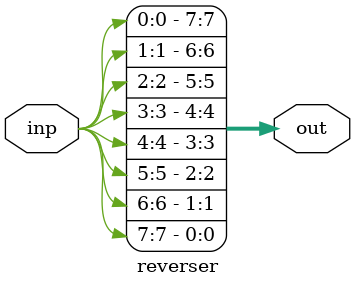
<source format=sv>
`timescale 1ns / 1ps


module reverser
    #(parameter SIZE = 8)
    (
    input logic [SIZE - 1:0] inp,
    output logic [SIZE - 1:0] out
    );
    
    genvar i;
    
    generate
        for(i = 0; i < SIZE; i = i + 1)
        begin
            assign out[i] = inp[SIZE - 1 - i];
        end
    endgenerate
    
endmodule
</source>
